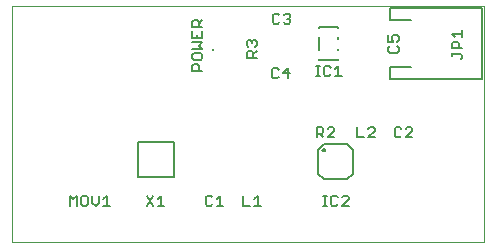
<source format=gto>
G75*
%MOIN*%
%OFA0B0*%
%FSLAX24Y24*%
%IPPOS*%
%LPD*%
%AMOC8*
5,1,8,0,0,1.08239X$1,22.5*
%
%ADD10C,0.0000*%
%ADD11C,0.0050*%
%ADD12C,0.0060*%
%ADD13C,0.0080*%
%ADD14R,0.0098X0.0098*%
D10*
X005775Y000139D02*
X005775Y008013D01*
X021523Y008013D01*
X021523Y000139D01*
X005775Y000139D01*
D11*
X009988Y002305D02*
X011169Y002305D01*
X011169Y003486D01*
X009988Y003486D01*
X009988Y002305D01*
X015972Y002423D02*
X015972Y003210D01*
X016169Y003407D01*
X016956Y003407D01*
X017153Y003210D01*
X017153Y002423D01*
X016956Y002226D01*
X016169Y002226D01*
X015972Y002423D01*
X016130Y003210D02*
X016132Y003222D01*
X016137Y003233D01*
X016146Y003242D01*
X016157Y003247D01*
X016169Y003249D01*
X016181Y003247D01*
X016192Y003242D01*
X016201Y003233D01*
X016206Y003222D01*
X016208Y003210D01*
X016206Y003198D01*
X016201Y003187D01*
X016192Y003178D01*
X016181Y003173D01*
X016169Y003171D01*
X016157Y003173D01*
X016146Y003178D01*
X016137Y003187D01*
X016132Y003198D01*
X016130Y003210D01*
D12*
X016162Y003628D02*
X016048Y003741D01*
X016105Y003741D02*
X015935Y003741D01*
X015935Y003628D02*
X015935Y003968D01*
X016105Y003968D01*
X016162Y003911D01*
X016162Y003798D01*
X016105Y003741D01*
X016303Y003628D02*
X016530Y003854D01*
X016530Y003911D01*
X016473Y003968D01*
X016360Y003968D01*
X016303Y003911D01*
X016303Y003628D02*
X016530Y003628D01*
X017273Y003628D02*
X017273Y003968D01*
X017642Y003911D02*
X017698Y003968D01*
X017812Y003968D01*
X017868Y003911D01*
X017868Y003854D01*
X017642Y003628D01*
X017868Y003628D01*
X017500Y003628D02*
X017273Y003628D01*
X018533Y003684D02*
X018590Y003628D01*
X018703Y003628D01*
X018760Y003684D01*
X018901Y003628D02*
X019128Y003854D01*
X019128Y003911D01*
X019072Y003968D01*
X018958Y003968D01*
X018901Y003911D01*
X018760Y003911D02*
X018703Y003968D01*
X018590Y003968D01*
X018533Y003911D01*
X018533Y003684D01*
X018901Y003628D02*
X019128Y003628D01*
X017002Y001628D02*
X016946Y001684D01*
X016832Y001684D01*
X016775Y001628D01*
X016634Y001628D02*
X016577Y001684D01*
X016464Y001684D01*
X016407Y001628D01*
X016407Y001401D01*
X016464Y001344D01*
X016577Y001344D01*
X016634Y001401D01*
X016775Y001344D02*
X017002Y001571D01*
X017002Y001628D01*
X017002Y001344D02*
X016775Y001344D01*
X016275Y001344D02*
X016162Y001344D01*
X016218Y001344D02*
X016218Y001684D01*
X016162Y001684D02*
X016275Y001684D01*
X014089Y001344D02*
X013862Y001344D01*
X013976Y001344D02*
X013976Y001684D01*
X013862Y001571D01*
X013494Y001684D02*
X013494Y001344D01*
X013721Y001344D01*
X012829Y001344D02*
X012602Y001344D01*
X012716Y001344D02*
X012716Y001684D01*
X012602Y001571D01*
X012461Y001628D02*
X012404Y001684D01*
X012291Y001684D01*
X012234Y001628D01*
X012234Y001401D01*
X012291Y001344D01*
X012404Y001344D01*
X012461Y001401D01*
X010861Y001344D02*
X010634Y001344D01*
X010747Y001344D02*
X010747Y001684D01*
X010634Y001571D01*
X010492Y001684D02*
X010265Y001344D01*
X010492Y001344D02*
X010265Y001684D01*
X009050Y001344D02*
X008823Y001344D01*
X008936Y001344D02*
X008936Y001684D01*
X008823Y001571D01*
X008681Y001458D02*
X008681Y001684D01*
X008454Y001684D02*
X008454Y001458D01*
X008568Y001344D01*
X008681Y001458D01*
X008313Y001401D02*
X008313Y001628D01*
X008256Y001684D01*
X008143Y001684D01*
X008086Y001628D01*
X008086Y001401D01*
X008143Y001344D01*
X008256Y001344D01*
X008313Y001401D01*
X007945Y001344D02*
X007945Y001684D01*
X007831Y001571D01*
X007718Y001684D01*
X007718Y001344D01*
X014439Y005653D02*
X014495Y005596D01*
X014609Y005596D01*
X014666Y005653D01*
X014807Y005766D02*
X015034Y005766D01*
X014977Y005596D02*
X014977Y005936D01*
X014807Y005766D01*
X014666Y005880D02*
X014609Y005936D01*
X014495Y005936D01*
X014439Y005880D01*
X014439Y005653D01*
X013940Y006283D02*
X013600Y006283D01*
X013600Y006453D01*
X013657Y006510D01*
X013770Y006510D01*
X013827Y006453D01*
X013827Y006283D01*
X013827Y006397D02*
X013940Y006510D01*
X013884Y006651D02*
X013940Y006708D01*
X013940Y006822D01*
X013884Y006878D01*
X013827Y006878D01*
X013770Y006822D01*
X013770Y006765D01*
X013770Y006822D02*
X013714Y006878D01*
X013657Y006878D01*
X013600Y006822D01*
X013600Y006708D01*
X013657Y006651D01*
X014467Y007470D02*
X014523Y007413D01*
X014637Y007413D01*
X014693Y007470D01*
X014835Y007470D02*
X014892Y007413D01*
X015005Y007413D01*
X015062Y007470D01*
X015062Y007527D01*
X015005Y007584D01*
X014948Y007584D01*
X015005Y007584D02*
X015062Y007640D01*
X015062Y007697D01*
X015005Y007754D01*
X014892Y007754D01*
X014835Y007697D01*
X014693Y007697D02*
X014637Y007754D01*
X014523Y007754D01*
X014467Y007697D01*
X014467Y007470D01*
X016017Y007313D02*
X016017Y007276D01*
X016017Y007313D02*
X016635Y007313D01*
X016635Y007276D01*
X016635Y006959D02*
X016635Y006922D01*
X016017Y006959D02*
X016017Y006548D01*
X016017Y006231D02*
X016017Y006194D01*
X016635Y006194D01*
X016635Y006231D01*
X016653Y006015D02*
X016653Y005675D01*
X016766Y005675D02*
X016539Y005675D01*
X016398Y005732D02*
X016341Y005675D01*
X016228Y005675D01*
X016171Y005732D01*
X016171Y005958D01*
X016228Y006015D01*
X016341Y006015D01*
X016398Y005958D01*
X016539Y005902D02*
X016653Y006015D01*
X016039Y006015D02*
X015925Y006015D01*
X015982Y006015D02*
X015982Y005675D01*
X015925Y005675D02*
X016039Y005675D01*
X016635Y006548D02*
X016635Y006585D01*
X018325Y006611D02*
X018325Y006497D01*
X018381Y006441D01*
X018608Y006441D01*
X018665Y006497D01*
X018665Y006611D01*
X018608Y006667D01*
X018381Y006667D02*
X018325Y006611D01*
X018325Y006809D02*
X018495Y006809D01*
X018438Y006922D01*
X018438Y006979D01*
X018495Y007036D01*
X018608Y007036D01*
X018665Y006979D01*
X018665Y006866D01*
X018608Y006809D01*
X018325Y006809D02*
X018325Y007036D01*
X020451Y007080D02*
X020564Y006966D01*
X020507Y006825D02*
X020621Y006825D01*
X020677Y006768D01*
X020677Y006598D01*
X020791Y006598D02*
X020451Y006598D01*
X020451Y006768D01*
X020507Y006825D01*
X020791Y006966D02*
X020791Y007193D01*
X020791Y007080D02*
X020451Y007080D01*
X020451Y006457D02*
X020451Y006343D01*
X020451Y006400D02*
X020734Y006400D01*
X020791Y006343D01*
X020791Y006286D01*
X020734Y006230D01*
X012123Y006264D02*
X012066Y006207D01*
X011840Y006207D01*
X011783Y006264D01*
X011783Y006377D01*
X011840Y006434D01*
X012066Y006434D01*
X012123Y006377D01*
X012123Y006264D01*
X011953Y006066D02*
X011840Y006066D01*
X011783Y006009D01*
X011783Y005839D01*
X012123Y005839D01*
X012010Y005839D02*
X012010Y006009D01*
X011953Y006066D01*
X011783Y006575D02*
X012123Y006575D01*
X012010Y006689D01*
X012123Y006802D01*
X011783Y006802D01*
X011783Y006944D02*
X012123Y006944D01*
X012123Y007170D01*
X012123Y007312D02*
X011783Y007312D01*
X011783Y007482D01*
X011840Y007539D01*
X011953Y007539D01*
X012010Y007482D01*
X012010Y007312D01*
X012010Y007425D02*
X012123Y007539D01*
X011783Y007170D02*
X011783Y006944D01*
X011953Y006944D02*
X011953Y007057D01*
D13*
X018374Y007541D02*
X018374Y007935D01*
X021444Y007935D01*
X021444Y005572D01*
X018374Y005572D01*
X018374Y005966D01*
X019082Y005966D01*
X019082Y007541D02*
X018374Y007541D01*
D14*
X012468Y006547D03*
M02*

</source>
